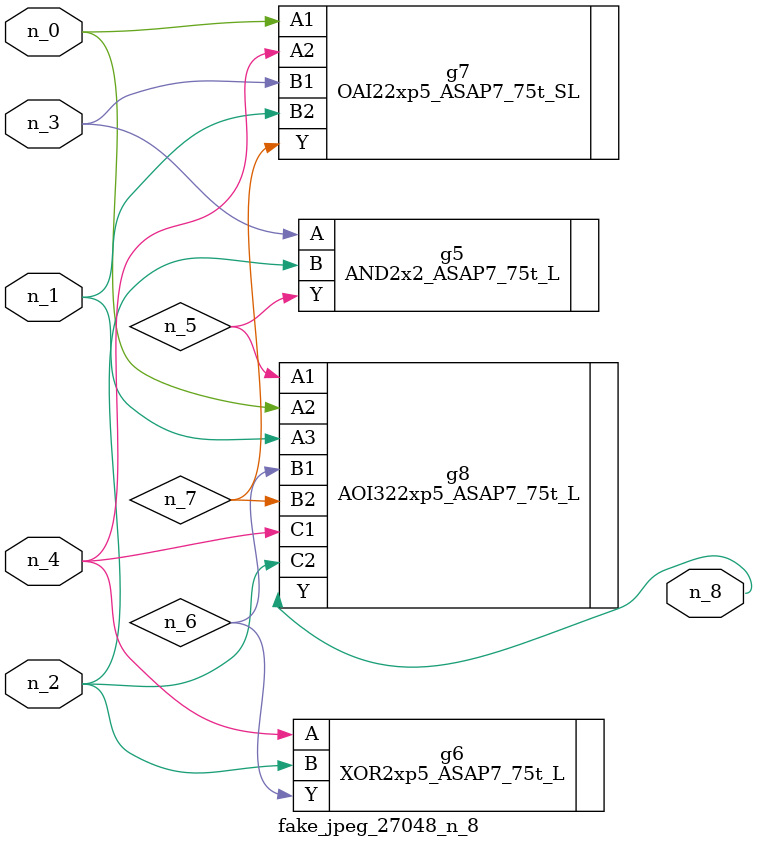
<source format=v>
module fake_jpeg_27048_n_8 (n_3, n_2, n_1, n_0, n_4, n_8);

input n_3;
input n_2;
input n_1;
input n_0;
input n_4;

output n_8;

wire n_6;
wire n_5;
wire n_7;

AND2x2_ASAP7_75t_L g5 ( 
.A(n_3),
.B(n_2),
.Y(n_5)
);

XOR2xp5_ASAP7_75t_L g6 ( 
.A(n_4),
.B(n_2),
.Y(n_6)
);

OAI22xp5_ASAP7_75t_SL g7 ( 
.A1(n_0),
.A2(n_4),
.B1(n_3),
.B2(n_1),
.Y(n_7)
);

AOI322xp5_ASAP7_75t_L g8 ( 
.A1(n_5),
.A2(n_0),
.A3(n_1),
.B1(n_6),
.B2(n_7),
.C1(n_4),
.C2(n_2),
.Y(n_8)
);


endmodule
</source>
